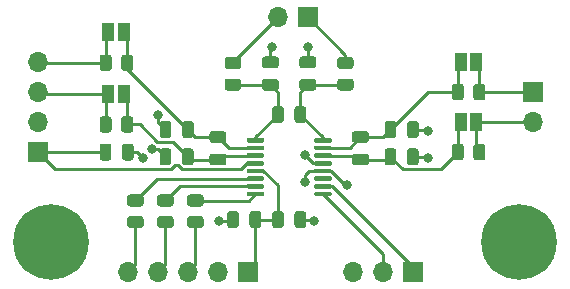
<source format=gbr>
%TF.GenerationSoftware,KiCad,Pcbnew,(5.1.9)-1*%
%TF.CreationDate,2021-03-27T14:28:13-04:00*%
%TF.ProjectId,DS2_Addon,4453325f-4164-4646-9f6e-2e6b69636164,rev?*%
%TF.SameCoordinates,Original*%
%TF.FileFunction,Copper,L1,Top*%
%TF.FilePolarity,Positive*%
%FSLAX46Y46*%
G04 Gerber Fmt 4.6, Leading zero omitted, Abs format (unit mm)*
G04 Created by KiCad (PCBNEW (5.1.9)-1) date 2021-03-27 14:28:13*
%MOMM*%
%LPD*%
G01*
G04 APERTURE LIST*
%TA.AperFunction,ComponentPad*%
%ADD10C,6.400000*%
%TD*%
%TA.AperFunction,ComponentPad*%
%ADD11R,1.700000X1.700000*%
%TD*%
%TA.AperFunction,ComponentPad*%
%ADD12O,1.700000X1.700000*%
%TD*%
%TA.AperFunction,SMDPad,CuDef*%
%ADD13R,1.000000X1.500000*%
%TD*%
%TA.AperFunction,ViaPad*%
%ADD14C,0.800000*%
%TD*%
%TA.AperFunction,Conductor*%
%ADD15C,0.250000*%
%TD*%
G04 APERTURE END LIST*
D10*
%TO.P,REF\u002A\u002A,1*%
%TO.N,N/C*%
X156313000Y-91440000D03*
%TD*%
%TO.P,REF\u002A\u002A,1*%
%TO.N,N/C*%
X116713000Y-91440000D03*
%TD*%
%TO.P,C1,2*%
%TO.N,VSS*%
%TA.AperFunction,SMDPad,CuDef*%
G36*
G01*
X138905000Y-76722500D02*
X137955000Y-76722500D01*
G75*
G02*
X137705000Y-76472500I0J250000D01*
G01*
X137705000Y-75972500D01*
G75*
G02*
X137955000Y-75722500I250000J0D01*
G01*
X138905000Y-75722500D01*
G75*
G02*
X139155000Y-75972500I0J-250000D01*
G01*
X139155000Y-76472500D01*
G75*
G02*
X138905000Y-76722500I-250000J0D01*
G01*
G37*
%TD.AperFunction*%
%TO.P,C1,1*%
%TO.N,Net-(C1-Pad1)*%
%TA.AperFunction,SMDPad,CuDef*%
G36*
G01*
X138905000Y-78622500D02*
X137955000Y-78622500D01*
G75*
G02*
X137705000Y-78372500I0J250000D01*
G01*
X137705000Y-77872500D01*
G75*
G02*
X137955000Y-77622500I250000J0D01*
G01*
X138905000Y-77622500D01*
G75*
G02*
X139155000Y-77872500I0J-250000D01*
G01*
X139155000Y-78372500D01*
G75*
G02*
X138905000Y-78622500I-250000J0D01*
G01*
G37*
%TD.AperFunction*%
%TD*%
%TO.P,C2,1*%
%TO.N,Net-(C1-Pad1)*%
%TA.AperFunction,SMDPad,CuDef*%
G36*
G01*
X138290000Y-80170000D02*
X138290000Y-81120000D01*
G75*
G02*
X138040000Y-81370000I-250000J0D01*
G01*
X137540000Y-81370000D01*
G75*
G02*
X137290000Y-81120000I0J250000D01*
G01*
X137290000Y-80170000D01*
G75*
G02*
X137540000Y-79920000I250000J0D01*
G01*
X138040000Y-79920000D01*
G75*
G02*
X138290000Y-80170000I0J-250000D01*
G01*
G37*
%TD.AperFunction*%
%TO.P,C2,2*%
%TO.N,Net-(C2-Pad2)*%
%TA.AperFunction,SMDPad,CuDef*%
G36*
G01*
X136390000Y-80170000D02*
X136390000Y-81120000D01*
G75*
G02*
X136140000Y-81370000I-250000J0D01*
G01*
X135640000Y-81370000D01*
G75*
G02*
X135390000Y-81120000I0J250000D01*
G01*
X135390000Y-80170000D01*
G75*
G02*
X135640000Y-79920000I250000J0D01*
G01*
X136140000Y-79920000D01*
G75*
G02*
X136390000Y-80170000I0J-250000D01*
G01*
G37*
%TD.AperFunction*%
%TD*%
%TO.P,C3,1*%
%TO.N,VSS*%
%TA.AperFunction,SMDPad,CuDef*%
G36*
G01*
X134780000Y-75722500D02*
X135730000Y-75722500D01*
G75*
G02*
X135980000Y-75972500I0J-250000D01*
G01*
X135980000Y-76472500D01*
G75*
G02*
X135730000Y-76722500I-250000J0D01*
G01*
X134780000Y-76722500D01*
G75*
G02*
X134530000Y-76472500I0J250000D01*
G01*
X134530000Y-75972500D01*
G75*
G02*
X134780000Y-75722500I250000J0D01*
G01*
G37*
%TD.AperFunction*%
%TO.P,C3,2*%
%TO.N,Net-(C2-Pad2)*%
%TA.AperFunction,SMDPad,CuDef*%
G36*
G01*
X134780000Y-77622500D02*
X135730000Y-77622500D01*
G75*
G02*
X135980000Y-77872500I0J-250000D01*
G01*
X135980000Y-78372500D01*
G75*
G02*
X135730000Y-78622500I-250000J0D01*
G01*
X134780000Y-78622500D01*
G75*
G02*
X134530000Y-78372500I0J250000D01*
G01*
X134530000Y-77872500D01*
G75*
G02*
X134780000Y-77622500I250000J0D01*
G01*
G37*
%TD.AperFunction*%
%TD*%
%TO.P,C4,2*%
%TO.N,VSS*%
%TA.AperFunction,SMDPad,CuDef*%
G36*
G01*
X122690000Y-84295000D02*
X122690000Y-83345000D01*
G75*
G02*
X122940000Y-83095000I250000J0D01*
G01*
X123440000Y-83095000D01*
G75*
G02*
X123690000Y-83345000I0J-250000D01*
G01*
X123690000Y-84295000D01*
G75*
G02*
X123440000Y-84545000I-250000J0D01*
G01*
X122940000Y-84545000D01*
G75*
G02*
X122690000Y-84295000I0J250000D01*
G01*
G37*
%TD.AperFunction*%
%TO.P,C4,1*%
%TO.N,VDDA*%
%TA.AperFunction,SMDPad,CuDef*%
G36*
G01*
X120790000Y-84295000D02*
X120790000Y-83345000D01*
G75*
G02*
X121040000Y-83095000I250000J0D01*
G01*
X121540000Y-83095000D01*
G75*
G02*
X121790000Y-83345000I0J-250000D01*
G01*
X121790000Y-84295000D01*
G75*
G02*
X121540000Y-84545000I-250000J0D01*
G01*
X121040000Y-84545000D01*
G75*
G02*
X120790000Y-84295000I0J250000D01*
G01*
G37*
%TD.AperFunction*%
%TD*%
%TO.P,C5,2*%
%TO.N,GND*%
%TA.AperFunction,SMDPad,CuDef*%
G36*
G01*
X132585000Y-89060000D02*
X132585000Y-90010000D01*
G75*
G02*
X132335000Y-90260000I-250000J0D01*
G01*
X131835000Y-90260000D01*
G75*
G02*
X131585000Y-90010000I0J250000D01*
G01*
X131585000Y-89060000D01*
G75*
G02*
X131835000Y-88810000I250000J0D01*
G01*
X132335000Y-88810000D01*
G75*
G02*
X132585000Y-89060000I0J-250000D01*
G01*
G37*
%TD.AperFunction*%
%TO.P,C5,1*%
%TO.N,+3V3*%
%TA.AperFunction,SMDPad,CuDef*%
G36*
G01*
X134485000Y-89060000D02*
X134485000Y-90010000D01*
G75*
G02*
X134235000Y-90260000I-250000J0D01*
G01*
X133735000Y-90260000D01*
G75*
G02*
X133485000Y-90010000I0J250000D01*
G01*
X133485000Y-89060000D01*
G75*
G02*
X133735000Y-88810000I250000J0D01*
G01*
X134235000Y-88810000D01*
G75*
G02*
X134485000Y-89060000I0J-250000D01*
G01*
G37*
%TD.AperFunction*%
%TD*%
%TO.P,C6,1*%
%TO.N,+3V3*%
%TA.AperFunction,SMDPad,CuDef*%
G36*
G01*
X135390000Y-90010000D02*
X135390000Y-89060000D01*
G75*
G02*
X135640000Y-88810000I250000J0D01*
G01*
X136140000Y-88810000D01*
G75*
G02*
X136390000Y-89060000I0J-250000D01*
G01*
X136390000Y-90010000D01*
G75*
G02*
X136140000Y-90260000I-250000J0D01*
G01*
X135640000Y-90260000D01*
G75*
G02*
X135390000Y-90010000I0J250000D01*
G01*
G37*
%TD.AperFunction*%
%TO.P,C6,2*%
%TO.N,GND*%
%TA.AperFunction,SMDPad,CuDef*%
G36*
G01*
X137290000Y-90010000D02*
X137290000Y-89060000D01*
G75*
G02*
X137540000Y-88810000I250000J0D01*
G01*
X138040000Y-88810000D01*
G75*
G02*
X138290000Y-89060000I0J-250000D01*
G01*
X138290000Y-90010000D01*
G75*
G02*
X138040000Y-90260000I-250000J0D01*
G01*
X137540000Y-90260000D01*
G75*
G02*
X137290000Y-90010000I0J250000D01*
G01*
G37*
%TD.AperFunction*%
%TD*%
%TO.P,C7,1*%
%TO.N,VSS*%
%TA.AperFunction,SMDPad,CuDef*%
G36*
G01*
X125870000Y-84695000D02*
X125870000Y-83745000D01*
G75*
G02*
X126120000Y-83495000I250000J0D01*
G01*
X126620000Y-83495000D01*
G75*
G02*
X126870000Y-83745000I0J-250000D01*
G01*
X126870000Y-84695000D01*
G75*
G02*
X126620000Y-84945000I-250000J0D01*
G01*
X126120000Y-84945000D01*
G75*
G02*
X125870000Y-84695000I0J250000D01*
G01*
G37*
%TD.AperFunction*%
%TO.P,C7,2*%
%TO.N,AIN0*%
%TA.AperFunction,SMDPad,CuDef*%
G36*
G01*
X127770000Y-84695000D02*
X127770000Y-83745000D01*
G75*
G02*
X128020000Y-83495000I250000J0D01*
G01*
X128520000Y-83495000D01*
G75*
G02*
X128770000Y-83745000I0J-250000D01*
G01*
X128770000Y-84695000D01*
G75*
G02*
X128520000Y-84945000I-250000J0D01*
G01*
X128020000Y-84945000D01*
G75*
G02*
X127770000Y-84695000I0J250000D01*
G01*
G37*
%TD.AperFunction*%
%TD*%
%TO.P,C8,1*%
%TO.N,AIN0*%
%TA.AperFunction,SMDPad,CuDef*%
G36*
G01*
X131285000Y-84950000D02*
X130335000Y-84950000D01*
G75*
G02*
X130085000Y-84700000I0J250000D01*
G01*
X130085000Y-84200000D01*
G75*
G02*
X130335000Y-83950000I250000J0D01*
G01*
X131285000Y-83950000D01*
G75*
G02*
X131535000Y-84200000I0J-250000D01*
G01*
X131535000Y-84700000D01*
G75*
G02*
X131285000Y-84950000I-250000J0D01*
G01*
G37*
%TD.AperFunction*%
%TO.P,C8,2*%
%TO.N,AIN1*%
%TA.AperFunction,SMDPad,CuDef*%
G36*
G01*
X131285000Y-83050000D02*
X130335000Y-83050000D01*
G75*
G02*
X130085000Y-82800000I0J250000D01*
G01*
X130085000Y-82300000D01*
G75*
G02*
X130335000Y-82050000I250000J0D01*
G01*
X131285000Y-82050000D01*
G75*
G02*
X131535000Y-82300000I0J-250000D01*
G01*
X131535000Y-82800000D01*
G75*
G02*
X131285000Y-83050000I-250000J0D01*
G01*
G37*
%TD.AperFunction*%
%TD*%
%TO.P,C9,2*%
%TO.N,VSS*%
%TA.AperFunction,SMDPad,CuDef*%
G36*
G01*
X126870000Y-81440000D02*
X126870000Y-82390000D01*
G75*
G02*
X126620000Y-82640000I-250000J0D01*
G01*
X126120000Y-82640000D01*
G75*
G02*
X125870000Y-82390000I0J250000D01*
G01*
X125870000Y-81440000D01*
G75*
G02*
X126120000Y-81190000I250000J0D01*
G01*
X126620000Y-81190000D01*
G75*
G02*
X126870000Y-81440000I0J-250000D01*
G01*
G37*
%TD.AperFunction*%
%TO.P,C9,1*%
%TO.N,AIN1*%
%TA.AperFunction,SMDPad,CuDef*%
G36*
G01*
X128770000Y-81440000D02*
X128770000Y-82390000D01*
G75*
G02*
X128520000Y-82640000I-250000J0D01*
G01*
X128020000Y-82640000D01*
G75*
G02*
X127770000Y-82390000I0J250000D01*
G01*
X127770000Y-81440000D01*
G75*
G02*
X128020000Y-81190000I250000J0D01*
G01*
X128520000Y-81190000D01*
G75*
G02*
X128770000Y-81440000I0J-250000D01*
G01*
G37*
%TD.AperFunction*%
%TD*%
%TO.P,C10,2*%
%TO.N,AIN2*%
%TA.AperFunction,SMDPad,CuDef*%
G36*
G01*
X145920000Y-81440000D02*
X145920000Y-82390000D01*
G75*
G02*
X145670000Y-82640000I-250000J0D01*
G01*
X145170000Y-82640000D01*
G75*
G02*
X144920000Y-82390000I0J250000D01*
G01*
X144920000Y-81440000D01*
G75*
G02*
X145170000Y-81190000I250000J0D01*
G01*
X145670000Y-81190000D01*
G75*
G02*
X145920000Y-81440000I0J-250000D01*
G01*
G37*
%TD.AperFunction*%
%TO.P,C10,1*%
%TO.N,VSS*%
%TA.AperFunction,SMDPad,CuDef*%
G36*
G01*
X147820000Y-81440000D02*
X147820000Y-82390000D01*
G75*
G02*
X147570000Y-82640000I-250000J0D01*
G01*
X147070000Y-82640000D01*
G75*
G02*
X146820000Y-82390000I0J250000D01*
G01*
X146820000Y-81440000D01*
G75*
G02*
X147070000Y-81190000I250000J0D01*
G01*
X147570000Y-81190000D01*
G75*
G02*
X147820000Y-81440000I0J-250000D01*
G01*
G37*
%TD.AperFunction*%
%TD*%
%TO.P,C11,2*%
%TO.N,AIN3*%
%TA.AperFunction,SMDPad,CuDef*%
G36*
G01*
X142400000Y-83950000D02*
X143350000Y-83950000D01*
G75*
G02*
X143600000Y-84200000I0J-250000D01*
G01*
X143600000Y-84700000D01*
G75*
G02*
X143350000Y-84950000I-250000J0D01*
G01*
X142400000Y-84950000D01*
G75*
G02*
X142150000Y-84700000I0J250000D01*
G01*
X142150000Y-84200000D01*
G75*
G02*
X142400000Y-83950000I250000J0D01*
G01*
G37*
%TD.AperFunction*%
%TO.P,C11,1*%
%TO.N,AIN2*%
%TA.AperFunction,SMDPad,CuDef*%
G36*
G01*
X142400000Y-82050000D02*
X143350000Y-82050000D01*
G75*
G02*
X143600000Y-82300000I0J-250000D01*
G01*
X143600000Y-82800000D01*
G75*
G02*
X143350000Y-83050000I-250000J0D01*
G01*
X142400000Y-83050000D01*
G75*
G02*
X142150000Y-82800000I0J250000D01*
G01*
X142150000Y-82300000D01*
G75*
G02*
X142400000Y-82050000I250000J0D01*
G01*
G37*
%TD.AperFunction*%
%TD*%
%TO.P,C12,1*%
%TO.N,AIN3*%
%TA.AperFunction,SMDPad,CuDef*%
G36*
G01*
X144920000Y-84695000D02*
X144920000Y-83745000D01*
G75*
G02*
X145170000Y-83495000I250000J0D01*
G01*
X145670000Y-83495000D01*
G75*
G02*
X145920000Y-83745000I0J-250000D01*
G01*
X145920000Y-84695000D01*
G75*
G02*
X145670000Y-84945000I-250000J0D01*
G01*
X145170000Y-84945000D01*
G75*
G02*
X144920000Y-84695000I0J250000D01*
G01*
G37*
%TD.AperFunction*%
%TO.P,C12,2*%
%TO.N,VSS*%
%TA.AperFunction,SMDPad,CuDef*%
G36*
G01*
X146820000Y-84695000D02*
X146820000Y-83745000D01*
G75*
G02*
X147070000Y-83495000I250000J0D01*
G01*
X147570000Y-83495000D01*
G75*
G02*
X147820000Y-83745000I0J-250000D01*
G01*
X147820000Y-84695000D01*
G75*
G02*
X147570000Y-84945000I-250000J0D01*
G01*
X147070000Y-84945000D01*
G75*
G02*
X146820000Y-84695000I0J250000D01*
G01*
G37*
%TD.AperFunction*%
%TD*%
D11*
%TO.P,J1,1*%
%TO.N,+3V3*%
X133350000Y-93980000D03*
D12*
%TO.P,J1,2*%
%TO.N,GND*%
X130810000Y-93980000D03*
%TO.P,J1,3*%
%TO.N,Net-(J1-Pad3)*%
X128270000Y-93980000D03*
%TO.P,J1,4*%
%TO.N,Net-(J1-Pad4)*%
X125730000Y-93980000D03*
%TO.P,J1,5*%
%TO.N,Net-(J1-Pad5)*%
X123190000Y-93980000D03*
%TD*%
D13*
%TO.P,JP1,2*%
%TO.N,A0*%
X121540000Y-78875000D03*
%TO.P,JP1,1*%
%TO.N,AIN0*%
X122840000Y-78875000D03*
%TD*%
%TO.P,JP2,1*%
%TO.N,AIN1*%
X122840000Y-73660000D03*
%TO.P,JP2,2*%
%TO.N,A1*%
X121540000Y-73660000D03*
%TD*%
%TO.P,JP3,1*%
%TO.N,AIN2*%
X151362500Y-76200000D03*
%TO.P,JP3,2*%
%TO.N,A2*%
X152662500Y-76200000D03*
%TD*%
%TO.P,JP4,2*%
%TO.N,A3*%
X152662500Y-81280000D03*
%TO.P,JP4,1*%
%TO.N,AIN3*%
X151362500Y-81280000D03*
%TD*%
%TO.P,R1,2*%
%TO.N,REFN*%
%TA.AperFunction,SMDPad,CuDef*%
G36*
G01*
X142055001Y-76792500D02*
X141154999Y-76792500D01*
G75*
G02*
X140905000Y-76542501I0J249999D01*
G01*
X140905000Y-76017499D01*
G75*
G02*
X141154999Y-75767500I249999J0D01*
G01*
X142055001Y-75767500D01*
G75*
G02*
X142305000Y-76017499I0J-249999D01*
G01*
X142305000Y-76542501D01*
G75*
G02*
X142055001Y-76792500I-249999J0D01*
G01*
G37*
%TD.AperFunction*%
%TO.P,R1,1*%
%TO.N,Net-(C1-Pad1)*%
%TA.AperFunction,SMDPad,CuDef*%
G36*
G01*
X142055001Y-78617500D02*
X141154999Y-78617500D01*
G75*
G02*
X140905000Y-78367501I0J249999D01*
G01*
X140905000Y-77842499D01*
G75*
G02*
X141154999Y-77592500I249999J0D01*
G01*
X142055001Y-77592500D01*
G75*
G02*
X142305000Y-77842499I0J-249999D01*
G01*
X142305000Y-78367501D01*
G75*
G02*
X142055001Y-78617500I-249999J0D01*
G01*
G37*
%TD.AperFunction*%
%TD*%
%TO.P,R2,1*%
%TO.N,REFP*%
%TA.AperFunction,SMDPad,CuDef*%
G36*
G01*
X131629999Y-75767500D02*
X132530001Y-75767500D01*
G75*
G02*
X132780000Y-76017499I0J-249999D01*
G01*
X132780000Y-76542501D01*
G75*
G02*
X132530001Y-76792500I-249999J0D01*
G01*
X131629999Y-76792500D01*
G75*
G02*
X131380000Y-76542501I0J249999D01*
G01*
X131380000Y-76017499D01*
G75*
G02*
X131629999Y-75767500I249999J0D01*
G01*
G37*
%TD.AperFunction*%
%TO.P,R2,2*%
%TO.N,Net-(C2-Pad2)*%
%TA.AperFunction,SMDPad,CuDef*%
G36*
G01*
X131629999Y-77592500D02*
X132530001Y-77592500D01*
G75*
G02*
X132780000Y-77842499I0J-249999D01*
G01*
X132780000Y-78367501D01*
G75*
G02*
X132530001Y-78617500I-249999J0D01*
G01*
X131629999Y-78617500D01*
G75*
G02*
X131380000Y-78367501I0J249999D01*
G01*
X131380000Y-77842499D01*
G75*
G02*
X131629999Y-77592500I249999J0D01*
G01*
G37*
%TD.AperFunction*%
%TD*%
%TO.P,R3,1*%
%TO.N,Net-(J1-Pad3)*%
%TA.AperFunction,SMDPad,CuDef*%
G36*
G01*
X129355001Y-90260000D02*
X128454999Y-90260000D01*
G75*
G02*
X128205000Y-90010001I0J249999D01*
G01*
X128205000Y-89484999D01*
G75*
G02*
X128454999Y-89235000I249999J0D01*
G01*
X129355001Y-89235000D01*
G75*
G02*
X129605000Y-89484999I0J-249999D01*
G01*
X129605000Y-90010001D01*
G75*
G02*
X129355001Y-90260000I-249999J0D01*
G01*
G37*
%TD.AperFunction*%
%TO.P,R3,2*%
%TO.N,Net-(R3-Pad2)*%
%TA.AperFunction,SMDPad,CuDef*%
G36*
G01*
X129355001Y-88435000D02*
X128454999Y-88435000D01*
G75*
G02*
X128205000Y-88185001I0J249999D01*
G01*
X128205000Y-87659999D01*
G75*
G02*
X128454999Y-87410000I249999J0D01*
G01*
X129355001Y-87410000D01*
G75*
G02*
X129605000Y-87659999I0J-249999D01*
G01*
X129605000Y-88185001D01*
G75*
G02*
X129355001Y-88435000I-249999J0D01*
G01*
G37*
%TD.AperFunction*%
%TD*%
%TO.P,R4,2*%
%TO.N,Net-(R4-Pad2)*%
%TA.AperFunction,SMDPad,CuDef*%
G36*
G01*
X126815001Y-88435000D02*
X125914999Y-88435000D01*
G75*
G02*
X125665000Y-88185001I0J249999D01*
G01*
X125665000Y-87659999D01*
G75*
G02*
X125914999Y-87410000I249999J0D01*
G01*
X126815001Y-87410000D01*
G75*
G02*
X127065000Y-87659999I0J-249999D01*
G01*
X127065000Y-88185001D01*
G75*
G02*
X126815001Y-88435000I-249999J0D01*
G01*
G37*
%TD.AperFunction*%
%TO.P,R4,1*%
%TO.N,Net-(J1-Pad4)*%
%TA.AperFunction,SMDPad,CuDef*%
G36*
G01*
X126815001Y-90260000D02*
X125914999Y-90260000D01*
G75*
G02*
X125665000Y-90010001I0J249999D01*
G01*
X125665000Y-89484999D01*
G75*
G02*
X125914999Y-89235000I249999J0D01*
G01*
X126815001Y-89235000D01*
G75*
G02*
X127065000Y-89484999I0J-249999D01*
G01*
X127065000Y-90010001D01*
G75*
G02*
X126815001Y-90260000I-249999J0D01*
G01*
G37*
%TD.AperFunction*%
%TD*%
%TO.P,R5,1*%
%TO.N,Net-(R5-Pad1)*%
%TA.AperFunction,SMDPad,CuDef*%
G36*
G01*
X123374999Y-87410000D02*
X124275001Y-87410000D01*
G75*
G02*
X124525000Y-87659999I0J-249999D01*
G01*
X124525000Y-88185001D01*
G75*
G02*
X124275001Y-88435000I-249999J0D01*
G01*
X123374999Y-88435000D01*
G75*
G02*
X123125000Y-88185001I0J249999D01*
G01*
X123125000Y-87659999D01*
G75*
G02*
X123374999Y-87410000I249999J0D01*
G01*
G37*
%TD.AperFunction*%
%TO.P,R5,2*%
%TO.N,Net-(J1-Pad5)*%
%TA.AperFunction,SMDPad,CuDef*%
G36*
G01*
X123374999Y-89235000D02*
X124275001Y-89235000D01*
G75*
G02*
X124525000Y-89484999I0J-249999D01*
G01*
X124525000Y-90010001D01*
G75*
G02*
X124275001Y-90260000I-249999J0D01*
G01*
X123374999Y-90260000D01*
G75*
G02*
X123125000Y-90010001I0J249999D01*
G01*
X123125000Y-89484999D01*
G75*
G02*
X123374999Y-89235000I249999J0D01*
G01*
G37*
%TD.AperFunction*%
%TD*%
%TO.P,R6,2*%
%TO.N,A0*%
%TA.AperFunction,SMDPad,CuDef*%
G36*
G01*
X121820000Y-81032499D02*
X121820000Y-81932501D01*
G75*
G02*
X121570001Y-82182500I-249999J0D01*
G01*
X121044999Y-82182500D01*
G75*
G02*
X120795000Y-81932501I0J249999D01*
G01*
X120795000Y-81032499D01*
G75*
G02*
X121044999Y-80782500I249999J0D01*
G01*
X121570001Y-80782500D01*
G75*
G02*
X121820000Y-81032499I0J-249999D01*
G01*
G37*
%TD.AperFunction*%
%TO.P,R6,1*%
%TO.N,AIN0*%
%TA.AperFunction,SMDPad,CuDef*%
G36*
G01*
X123645000Y-81032499D02*
X123645000Y-81932501D01*
G75*
G02*
X123395001Y-82182500I-249999J0D01*
G01*
X122869999Y-82182500D01*
G75*
G02*
X122620000Y-81932501I0J249999D01*
G01*
X122620000Y-81032499D01*
G75*
G02*
X122869999Y-80782500I249999J0D01*
G01*
X123395001Y-80782500D01*
G75*
G02*
X123645000Y-81032499I0J-249999D01*
G01*
G37*
%TD.AperFunction*%
%TD*%
%TO.P,R7,1*%
%TO.N,A1*%
%TA.AperFunction,SMDPad,CuDef*%
G36*
G01*
X120795000Y-76717501D02*
X120795000Y-75817499D01*
G75*
G02*
X121044999Y-75567500I249999J0D01*
G01*
X121570001Y-75567500D01*
G75*
G02*
X121820000Y-75817499I0J-249999D01*
G01*
X121820000Y-76717501D01*
G75*
G02*
X121570001Y-76967500I-249999J0D01*
G01*
X121044999Y-76967500D01*
G75*
G02*
X120795000Y-76717501I0J249999D01*
G01*
G37*
%TD.AperFunction*%
%TO.P,R7,2*%
%TO.N,AIN1*%
%TA.AperFunction,SMDPad,CuDef*%
G36*
G01*
X122620000Y-76717501D02*
X122620000Y-75817499D01*
G75*
G02*
X122869999Y-75567500I249999J0D01*
G01*
X123395001Y-75567500D01*
G75*
G02*
X123645000Y-75817499I0J-249999D01*
G01*
X123645000Y-76717501D01*
G75*
G02*
X123395001Y-76967500I-249999J0D01*
G01*
X122869999Y-76967500D01*
G75*
G02*
X122620000Y-76717501I0J249999D01*
G01*
G37*
%TD.AperFunction*%
%TD*%
%TO.P,R8,1*%
%TO.N,AIN2*%
%TA.AperFunction,SMDPad,CuDef*%
G36*
G01*
X150617500Y-79190001D02*
X150617500Y-78289999D01*
G75*
G02*
X150867499Y-78040000I249999J0D01*
G01*
X151392501Y-78040000D01*
G75*
G02*
X151642500Y-78289999I0J-249999D01*
G01*
X151642500Y-79190001D01*
G75*
G02*
X151392501Y-79440000I-249999J0D01*
G01*
X150867499Y-79440000D01*
G75*
G02*
X150617500Y-79190001I0J249999D01*
G01*
G37*
%TD.AperFunction*%
%TO.P,R8,2*%
%TO.N,A2*%
%TA.AperFunction,SMDPad,CuDef*%
G36*
G01*
X152442500Y-79190001D02*
X152442500Y-78289999D01*
G75*
G02*
X152692499Y-78040000I249999J0D01*
G01*
X153217501Y-78040000D01*
G75*
G02*
X153467500Y-78289999I0J-249999D01*
G01*
X153467500Y-79190001D01*
G75*
G02*
X153217501Y-79440000I-249999J0D01*
G01*
X152692499Y-79440000D01*
G75*
G02*
X152442500Y-79190001I0J249999D01*
G01*
G37*
%TD.AperFunction*%
%TD*%
%TO.P,R9,2*%
%TO.N,AIN3*%
%TA.AperFunction,SMDPad,CuDef*%
G36*
G01*
X151642500Y-83369999D02*
X151642500Y-84270001D01*
G75*
G02*
X151392501Y-84520000I-249999J0D01*
G01*
X150867499Y-84520000D01*
G75*
G02*
X150617500Y-84270001I0J249999D01*
G01*
X150617500Y-83369999D01*
G75*
G02*
X150867499Y-83120000I249999J0D01*
G01*
X151392501Y-83120000D01*
G75*
G02*
X151642500Y-83369999I0J-249999D01*
G01*
G37*
%TD.AperFunction*%
%TO.P,R9,1*%
%TO.N,A3*%
%TA.AperFunction,SMDPad,CuDef*%
G36*
G01*
X153467500Y-83369999D02*
X153467500Y-84270001D01*
G75*
G02*
X153217501Y-84520000I-249999J0D01*
G01*
X152692499Y-84520000D01*
G75*
G02*
X152442500Y-84270001I0J249999D01*
G01*
X152442500Y-83369999D01*
G75*
G02*
X152692499Y-83120000I249999J0D01*
G01*
X153217501Y-83120000D01*
G75*
G02*
X153467500Y-83369999I0J-249999D01*
G01*
G37*
%TD.AperFunction*%
%TD*%
%TO.P,U1,1*%
%TO.N,GPIO1*%
%TA.AperFunction,SMDPad,CuDef*%
G36*
G01*
X140442500Y-87265000D02*
X140442500Y-87465000D01*
G75*
G02*
X140342500Y-87565000I-100000J0D01*
G01*
X139067500Y-87565000D01*
G75*
G02*
X138967500Y-87465000I0J100000D01*
G01*
X138967500Y-87265000D01*
G75*
G02*
X139067500Y-87165000I100000J0D01*
G01*
X140342500Y-87165000D01*
G75*
G02*
X140442500Y-87265000I0J-100000D01*
G01*
G37*
%TD.AperFunction*%
%TO.P,U1,2*%
%TO.N,GPIO0*%
%TA.AperFunction,SMDPad,CuDef*%
G36*
G01*
X140442500Y-86615000D02*
X140442500Y-86815000D01*
G75*
G02*
X140342500Y-86915000I-100000J0D01*
G01*
X139067500Y-86915000D01*
G75*
G02*
X138967500Y-86815000I0J100000D01*
G01*
X138967500Y-86615000D01*
G75*
G02*
X139067500Y-86515000I100000J0D01*
G01*
X140342500Y-86515000D01*
G75*
G02*
X140442500Y-86615000I0J-100000D01*
G01*
G37*
%TD.AperFunction*%
%TO.P,U1,3*%
%TO.N,~RESET*%
%TA.AperFunction,SMDPad,CuDef*%
G36*
G01*
X140442500Y-85965000D02*
X140442500Y-86165000D01*
G75*
G02*
X140342500Y-86265000I-100000J0D01*
G01*
X139067500Y-86265000D01*
G75*
G02*
X138967500Y-86165000I0J100000D01*
G01*
X138967500Y-85965000D01*
G75*
G02*
X139067500Y-85865000I100000J0D01*
G01*
X140342500Y-85865000D01*
G75*
G02*
X140442500Y-85965000I0J-100000D01*
G01*
G37*
%TD.AperFunction*%
%TO.P,U1,4*%
%TO.N,GND*%
%TA.AperFunction,SMDPad,CuDef*%
G36*
G01*
X140442500Y-85315000D02*
X140442500Y-85515000D01*
G75*
G02*
X140342500Y-85615000I-100000J0D01*
G01*
X139067500Y-85615000D01*
G75*
G02*
X138967500Y-85515000I0J100000D01*
G01*
X138967500Y-85315000D01*
G75*
G02*
X139067500Y-85215000I100000J0D01*
G01*
X140342500Y-85215000D01*
G75*
G02*
X140442500Y-85315000I0J-100000D01*
G01*
G37*
%TD.AperFunction*%
%TO.P,U1,5*%
%TO.N,VSS*%
%TA.AperFunction,SMDPad,CuDef*%
G36*
G01*
X140442500Y-84665000D02*
X140442500Y-84865000D01*
G75*
G02*
X140342500Y-84965000I-100000J0D01*
G01*
X139067500Y-84965000D01*
G75*
G02*
X138967500Y-84865000I0J100000D01*
G01*
X138967500Y-84665000D01*
G75*
G02*
X139067500Y-84565000I100000J0D01*
G01*
X140342500Y-84565000D01*
G75*
G02*
X140442500Y-84665000I0J-100000D01*
G01*
G37*
%TD.AperFunction*%
%TO.P,U1,6*%
%TO.N,AIN3*%
%TA.AperFunction,SMDPad,CuDef*%
G36*
G01*
X140442500Y-84015000D02*
X140442500Y-84215000D01*
G75*
G02*
X140342500Y-84315000I-100000J0D01*
G01*
X139067500Y-84315000D01*
G75*
G02*
X138967500Y-84215000I0J100000D01*
G01*
X138967500Y-84015000D01*
G75*
G02*
X139067500Y-83915000I100000J0D01*
G01*
X140342500Y-83915000D01*
G75*
G02*
X140442500Y-84015000I0J-100000D01*
G01*
G37*
%TD.AperFunction*%
%TO.P,U1,7*%
%TO.N,AIN2*%
%TA.AperFunction,SMDPad,CuDef*%
G36*
G01*
X140442500Y-83365000D02*
X140442500Y-83565000D01*
G75*
G02*
X140342500Y-83665000I-100000J0D01*
G01*
X139067500Y-83665000D01*
G75*
G02*
X138967500Y-83565000I0J100000D01*
G01*
X138967500Y-83365000D01*
G75*
G02*
X139067500Y-83265000I100000J0D01*
G01*
X140342500Y-83265000D01*
G75*
G02*
X140442500Y-83365000I0J-100000D01*
G01*
G37*
%TD.AperFunction*%
%TO.P,U1,8*%
%TO.N,Net-(C1-Pad1)*%
%TA.AperFunction,SMDPad,CuDef*%
G36*
G01*
X140442500Y-82715000D02*
X140442500Y-82915000D01*
G75*
G02*
X140342500Y-83015000I-100000J0D01*
G01*
X139067500Y-83015000D01*
G75*
G02*
X138967500Y-82915000I0J100000D01*
G01*
X138967500Y-82715000D01*
G75*
G02*
X139067500Y-82615000I100000J0D01*
G01*
X140342500Y-82615000D01*
G75*
G02*
X140442500Y-82715000I0J-100000D01*
G01*
G37*
%TD.AperFunction*%
%TO.P,U1,9*%
%TO.N,Net-(C2-Pad2)*%
%TA.AperFunction,SMDPad,CuDef*%
G36*
G01*
X134717500Y-82715000D02*
X134717500Y-82915000D01*
G75*
G02*
X134617500Y-83015000I-100000J0D01*
G01*
X133342500Y-83015000D01*
G75*
G02*
X133242500Y-82915000I0J100000D01*
G01*
X133242500Y-82715000D01*
G75*
G02*
X133342500Y-82615000I100000J0D01*
G01*
X134617500Y-82615000D01*
G75*
G02*
X134717500Y-82715000I0J-100000D01*
G01*
G37*
%TD.AperFunction*%
%TO.P,U1,10*%
%TO.N,AIN1*%
%TA.AperFunction,SMDPad,CuDef*%
G36*
G01*
X134717500Y-83365000D02*
X134717500Y-83565000D01*
G75*
G02*
X134617500Y-83665000I-100000J0D01*
G01*
X133342500Y-83665000D01*
G75*
G02*
X133242500Y-83565000I0J100000D01*
G01*
X133242500Y-83365000D01*
G75*
G02*
X133342500Y-83265000I100000J0D01*
G01*
X134617500Y-83265000D01*
G75*
G02*
X134717500Y-83365000I0J-100000D01*
G01*
G37*
%TD.AperFunction*%
%TO.P,U1,11*%
%TO.N,AIN0*%
%TA.AperFunction,SMDPad,CuDef*%
G36*
G01*
X134717500Y-84015000D02*
X134717500Y-84215000D01*
G75*
G02*
X134617500Y-84315000I-100000J0D01*
G01*
X133342500Y-84315000D01*
G75*
G02*
X133242500Y-84215000I0J100000D01*
G01*
X133242500Y-84015000D01*
G75*
G02*
X133342500Y-83915000I100000J0D01*
G01*
X134617500Y-83915000D01*
G75*
G02*
X134717500Y-84015000I0J-100000D01*
G01*
G37*
%TD.AperFunction*%
%TO.P,U1,12*%
%TO.N,VDDA*%
%TA.AperFunction,SMDPad,CuDef*%
G36*
G01*
X134717500Y-84665000D02*
X134717500Y-84865000D01*
G75*
G02*
X134617500Y-84965000I-100000J0D01*
G01*
X133342500Y-84965000D01*
G75*
G02*
X133242500Y-84865000I0J100000D01*
G01*
X133242500Y-84665000D01*
G75*
G02*
X133342500Y-84565000I100000J0D01*
G01*
X134617500Y-84565000D01*
G75*
G02*
X134717500Y-84665000I0J-100000D01*
G01*
G37*
%TD.AperFunction*%
%TO.P,U1,13*%
%TO.N,+3V3*%
%TA.AperFunction,SMDPad,CuDef*%
G36*
G01*
X134717500Y-85315000D02*
X134717500Y-85515000D01*
G75*
G02*
X134617500Y-85615000I-100000J0D01*
G01*
X133342500Y-85615000D01*
G75*
G02*
X133242500Y-85515000I0J100000D01*
G01*
X133242500Y-85315000D01*
G75*
G02*
X133342500Y-85215000I100000J0D01*
G01*
X134617500Y-85215000D01*
G75*
G02*
X134717500Y-85315000I0J-100000D01*
G01*
G37*
%TD.AperFunction*%
%TO.P,U1,14*%
%TO.N,Net-(R5-Pad1)*%
%TA.AperFunction,SMDPad,CuDef*%
G36*
G01*
X134717500Y-85965000D02*
X134717500Y-86165000D01*
G75*
G02*
X134617500Y-86265000I-100000J0D01*
G01*
X133342500Y-86265000D01*
G75*
G02*
X133242500Y-86165000I0J100000D01*
G01*
X133242500Y-85965000D01*
G75*
G02*
X133342500Y-85865000I100000J0D01*
G01*
X134617500Y-85865000D01*
G75*
G02*
X134717500Y-85965000I0J-100000D01*
G01*
G37*
%TD.AperFunction*%
%TO.P,U1,15*%
%TO.N,Net-(R4-Pad2)*%
%TA.AperFunction,SMDPad,CuDef*%
G36*
G01*
X134717500Y-86615000D02*
X134717500Y-86815000D01*
G75*
G02*
X134617500Y-86915000I-100000J0D01*
G01*
X133342500Y-86915000D01*
G75*
G02*
X133242500Y-86815000I0J100000D01*
G01*
X133242500Y-86615000D01*
G75*
G02*
X133342500Y-86515000I100000J0D01*
G01*
X134617500Y-86515000D01*
G75*
G02*
X134717500Y-86615000I0J-100000D01*
G01*
G37*
%TD.AperFunction*%
%TO.P,U1,16*%
%TO.N,Net-(R3-Pad2)*%
%TA.AperFunction,SMDPad,CuDef*%
G36*
G01*
X134717500Y-87265000D02*
X134717500Y-87465000D01*
G75*
G02*
X134617500Y-87565000I-100000J0D01*
G01*
X133342500Y-87565000D01*
G75*
G02*
X133242500Y-87465000I0J100000D01*
G01*
X133242500Y-87265000D01*
G75*
G02*
X133342500Y-87165000I100000J0D01*
G01*
X134617500Y-87165000D01*
G75*
G02*
X134717500Y-87265000I0J-100000D01*
G01*
G37*
%TD.AperFunction*%
%TD*%
D11*
%TO.P,J3,1*%
%TO.N,GPIO0*%
X147320000Y-93980000D03*
D12*
%TO.P,J3,2*%
%TO.N,GPIO1*%
X144780000Y-93980000D03*
%TO.P,J3,3*%
%TO.N,GND*%
X142240000Y-93980000D03*
%TD*%
D11*
%TO.P,J2,1*%
%TO.N,VDDA*%
X115570000Y-83820000D03*
D12*
%TO.P,J2,2*%
%TO.N,VSS*%
X115570000Y-81280000D03*
%TO.P,J2,3*%
%TO.N,A0*%
X115570000Y-78740000D03*
%TO.P,J2,4*%
%TO.N,A1*%
X115570000Y-76200000D03*
%TD*%
D11*
%TO.P,J5,1*%
%TO.N,A2*%
X157480000Y-78740000D03*
D12*
%TO.P,J5,2*%
%TO.N,A3*%
X157480000Y-81280000D03*
%TD*%
D11*
%TO.P,J4,1*%
%TO.N,REFN*%
X138430000Y-72390000D03*
D12*
%TO.P,J4,2*%
%TO.N,REFP*%
X135890000Y-72390000D03*
%TD*%
D14*
%TO.N,VSS*%
X125730000Y-80645000D03*
X125222000Y-83566000D03*
X148590000Y-84328000D03*
X148590000Y-82042000D03*
X138430000Y-74930000D03*
X135382000Y-74930000D03*
X138176000Y-84074000D03*
X124460000Y-84328000D03*
%TO.N,GND*%
X138176000Y-86360000D03*
X141732000Y-86614000D03*
X138938000Y-89662000D03*
X130937000Y-89662000D03*
%TD*%
D15*
%TO.N,VSS*%
X135255000Y-75057000D02*
X135382000Y-74930000D01*
X135255000Y-76222500D02*
X135255000Y-75057000D01*
X138430000Y-76222500D02*
X138430000Y-74930000D01*
X148463000Y-81915000D02*
X148590000Y-82042000D01*
X147320000Y-81915000D02*
X148463000Y-81915000D01*
X148482000Y-84220000D02*
X148590000Y-84328000D01*
X147320000Y-84220000D02*
X148482000Y-84220000D01*
X138867000Y-84765000D02*
X139705000Y-84765000D01*
X138176000Y-84074000D02*
X138867000Y-84765000D01*
X125716000Y-83566000D02*
X126370000Y-84220000D01*
X125222000Y-83566000D02*
X125716000Y-83566000D01*
X125730000Y-81275000D02*
X126370000Y-81915000D01*
X125730000Y-80645000D02*
X125730000Y-81275000D01*
X123952000Y-83820000D02*
X124460000Y-84328000D01*
X123190000Y-83820000D02*
X123952000Y-83820000D01*
%TO.N,Net-(C1-Pad1)*%
X139705000Y-82560000D02*
X137790000Y-80645000D01*
X139705000Y-82815000D02*
X139705000Y-82560000D01*
X137790000Y-78762500D02*
X138430000Y-78122500D01*
X137790000Y-80645000D02*
X137790000Y-78762500D01*
X141587500Y-78122500D02*
X141605000Y-78105000D01*
X138430000Y-78122500D02*
X141587500Y-78122500D01*
%TO.N,Net-(C2-Pad2)*%
X133980000Y-82555000D02*
X135890000Y-80645000D01*
X133980000Y-82815000D02*
X133980000Y-82555000D01*
X135890000Y-78757500D02*
X135255000Y-78122500D01*
X135890000Y-80645000D02*
X135890000Y-78757500D01*
X132097500Y-78122500D02*
X132080000Y-78105000D01*
X135255000Y-78122500D02*
X132097500Y-78122500D01*
%TO.N,+3V3*%
X135890000Y-86636442D02*
X135890000Y-89535000D01*
X134668558Y-85415000D02*
X135890000Y-86636442D01*
X133980000Y-85415000D02*
X134668558Y-85415000D01*
X133985000Y-93345000D02*
X133350000Y-93980000D01*
X133985000Y-89535000D02*
X133985000Y-93345000D01*
X135890000Y-89535000D02*
X133985000Y-89535000D01*
%TO.N,GND*%
X141592558Y-86614000D02*
X141732000Y-86614000D01*
X140393558Y-85415000D02*
X141592558Y-86614000D01*
X139705000Y-85415000D02*
X140393558Y-85415000D01*
X138555315Y-85415000D02*
X139705000Y-85415000D01*
X138176000Y-85794315D02*
X138555315Y-85415000D01*
X138176000Y-86360000D02*
X138176000Y-85794315D01*
X138811000Y-89535000D02*
X138938000Y-89662000D01*
X137790000Y-89535000D02*
X138811000Y-89535000D01*
X131958000Y-89662000D02*
X132085000Y-89535000D01*
X130937000Y-89662000D02*
X131958000Y-89662000D01*
%TO.N,AIN0*%
X131145000Y-84115000D02*
X130810000Y-84450000D01*
X133980000Y-84115000D02*
X131145000Y-84115000D01*
X128500000Y-84450000D02*
X128270000Y-84220000D01*
X130810000Y-84450000D02*
X128500000Y-84450000D01*
X123132500Y-79167500D02*
X122840000Y-78875000D01*
X123132500Y-81482500D02*
X123132500Y-79167500D01*
X124211502Y-81482500D02*
X123132500Y-81482500D01*
X125694012Y-82965010D02*
X124211502Y-81482500D01*
X127015010Y-82965010D02*
X125694012Y-82965010D01*
X128270000Y-84220000D02*
X127015010Y-82965010D01*
%TO.N,AIN1*%
X131725000Y-83465000D02*
X130810000Y-82550000D01*
X133980000Y-83465000D02*
X131725000Y-83465000D01*
X128905000Y-82550000D02*
X128270000Y-81915000D01*
X130810000Y-82550000D02*
X128905000Y-82550000D01*
X123132500Y-73952500D02*
X122840000Y-73660000D01*
X123132500Y-76267500D02*
X123132500Y-73952500D01*
X123132500Y-76777500D02*
X123132500Y-76267500D01*
X128270000Y-81915000D02*
X123132500Y-76777500D01*
%TO.N,AIN2*%
X141960000Y-83465000D02*
X142875000Y-82550000D01*
X139705000Y-83465000D02*
X141960000Y-83465000D01*
X144785000Y-82550000D02*
X145420000Y-81915000D01*
X142875000Y-82550000D02*
X144785000Y-82550000D01*
X148595000Y-78740000D02*
X151130000Y-78740000D01*
X145420000Y-81915000D02*
X148595000Y-78740000D01*
X151130000Y-76432500D02*
X151362500Y-76200000D01*
X151130000Y-78740000D02*
X151130000Y-76432500D01*
%TO.N,AIN3*%
X142540000Y-84115000D02*
X142875000Y-84450000D01*
X139705000Y-84115000D02*
X142540000Y-84115000D01*
X145190000Y-84450000D02*
X145420000Y-84220000D01*
X142875000Y-84450000D02*
X145190000Y-84450000D01*
X146470010Y-85270010D02*
X149679990Y-85270010D01*
X149679990Y-85270010D02*
X151130000Y-83820000D01*
X145420000Y-84220000D02*
X146470010Y-85270010D01*
X151130000Y-81512500D02*
X151362500Y-81280000D01*
X151130000Y-83820000D02*
X151130000Y-81512500D01*
%TO.N,Net-(J1-Pad3)*%
X128905000Y-93345000D02*
X128270000Y-93980000D01*
X128905000Y-89747500D02*
X128905000Y-93345000D01*
%TO.N,Net-(J1-Pad4)*%
X126365000Y-93345000D02*
X125730000Y-93980000D01*
X126365000Y-89747500D02*
X126365000Y-93345000D01*
%TO.N,Net-(J1-Pad5)*%
X123825000Y-93345000D02*
X123190000Y-93980000D01*
X123825000Y-89747500D02*
X123825000Y-93345000D01*
%TO.N,A0*%
X121307500Y-79107500D02*
X121540000Y-78875000D01*
X121307500Y-81482500D02*
X121307500Y-79107500D01*
X115705000Y-78875000D02*
X115570000Y-78740000D01*
X120270000Y-78875000D02*
X115705000Y-78875000D01*
X120270000Y-78875000D02*
X121540000Y-78875000D01*
%TO.N,A1*%
X115637500Y-76267500D02*
X115570000Y-76200000D01*
X120037500Y-76267500D02*
X115637500Y-76267500D01*
X121307500Y-73892500D02*
X121540000Y-73660000D01*
X121307500Y-76267500D02*
X121307500Y-73892500D01*
X120037500Y-76267500D02*
X121307500Y-76267500D01*
%TO.N,A2*%
X152955000Y-76492500D02*
X152662500Y-76200000D01*
X152955000Y-78740000D02*
X152955000Y-76492500D01*
X152955000Y-78740000D02*
X157480000Y-78740000D01*
%TO.N,A3*%
X152662500Y-83527500D02*
X152955000Y-83820000D01*
X152662500Y-81280000D02*
X152662500Y-83527500D01*
X152662500Y-81280000D02*
X157480000Y-81280000D01*
%TO.N,REFN*%
X141605000Y-75565000D02*
X138430000Y-72390000D01*
X141605000Y-76280000D02*
X141605000Y-75565000D01*
%TO.N,REFP*%
X132080000Y-76200000D02*
X135890000Y-72390000D01*
X132080000Y-76280000D02*
X132080000Y-76200000D01*
%TO.N,Net-(R3-Pad2)*%
X133422500Y-87922500D02*
X133980000Y-87365000D01*
X128905000Y-87922500D02*
X133422500Y-87922500D01*
%TO.N,Net-(R4-Pad2)*%
X127572500Y-86715000D02*
X126365000Y-87922500D01*
X133980000Y-86715000D02*
X127572500Y-86715000D01*
%TO.N,Net-(R5-Pad1)*%
X125682500Y-86065000D02*
X123825000Y-87922500D01*
X133980000Y-86065000D02*
X125682500Y-86065000D01*
%TO.N,GPIO1*%
X144780000Y-92440000D02*
X139705000Y-87365000D01*
X144780000Y-93980000D02*
X144780000Y-92440000D01*
%TO.N,GPIO0*%
X140442500Y-86715000D02*
X147320000Y-93592500D01*
X147320000Y-93592500D02*
X147320000Y-93980000D01*
X139705000Y-86715000D02*
X140442500Y-86715000D01*
%TO.N,VDDA*%
X120020000Y-83820000D02*
X115570000Y-83820000D01*
X120020000Y-83820000D02*
X121290000Y-83820000D01*
X132732490Y-85275010D02*
X133242500Y-84765000D01*
X127786820Y-85275010D02*
X132732490Y-85275010D01*
X133242500Y-84765000D02*
X133980000Y-84765000D01*
X127444990Y-84933180D02*
X127786820Y-85275010D01*
X127195010Y-84933180D02*
X127444990Y-84933180D01*
X117020010Y-85270010D02*
X126858180Y-85270010D01*
X126858180Y-85270010D02*
X127195010Y-84933180D01*
X115570000Y-83820000D02*
X117020010Y-85270010D01*
%TD*%
M02*

</source>
